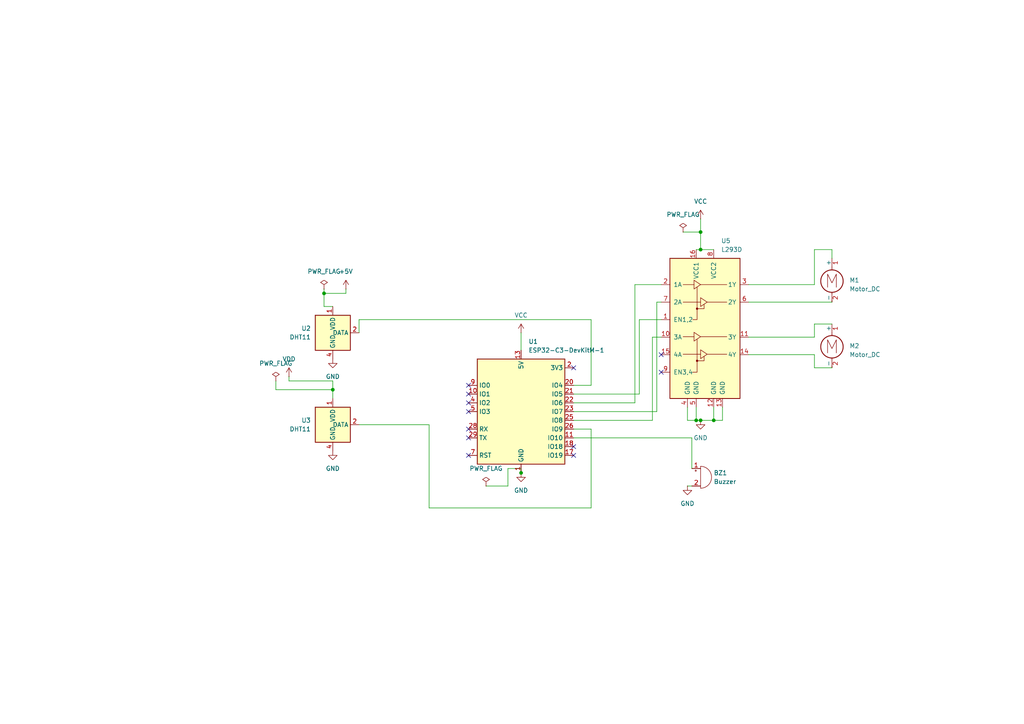
<source format=kicad_sch>
(kicad_sch (version 20250114) (generator "eeschema") (generator_version "9.0")
  (paper "A4")
  (lib_symbols
    (symbol "Device:Buzzer" (pin_names (offset 0.0254) (hide yes))
      (property "Reference" "BZ" (at 3.81 1.27 0))
      (property "Value" "Buzzer" (at 3.81 -1.27 0))
      (symbol "Buzzer_0_1"
        (polyline (pts (xy -1.651 1.905) (xy -1.143 1.905)))
        (polyline (pts (xy -1.397 2.159) (xy -1.397 1.651)))
        (arc (start 0 3.175) (mid 3.1612 0) (end 0 -3.175))
        (polyline (pts (xy 0 3.175) (xy 0 -3.175)))
      )
      (symbol "Buzzer_1_1"
        (pin passive line (at -2.54 2.54 0) (length 2.54) (name "+") (number "1"))
        (pin passive line (at -2.54 -2.54 0) (length 2.54) (name "-") (number "2"))
      )
    )
    (symbol "Driver_Motor:L293D" (pin_names (offset 1.016))
      (property "Reference" "U" (at -5.08 26.035 0))
      (property "Value" "L293D" (at -5.08 24.13 0))
      (symbol "L293D_0_1"
        (rectangle (start -10.16 22.86) (end 10.16 -17.78) (stroke (width 0.254)) (fill (type background)))
        (polyline (pts (xy -6.35 15.24) (xy -3.175 15.24)))
        (polyline (pts (xy -6.35 10.16) (xy -1.27 10.16)))
        (polyline (pts (xy -6.35 0.127) (xy -3.175 0.127)))
        (polyline (pts (xy -6.35 -4.953) (xy -1.27 -4.953)))
        (polyline (pts (xy -3.175 16.51) (xy -3.175 13.97) (xy -1.27 15.24) (xy -3.175 16.51)))
        (polyline (pts (xy -3.175 1.397) (xy -3.175 -1.143) (xy -1.27 0.127) (xy -3.175 1.397)))
        (polyline (pts (xy -2.286 14.478) (xy -2.286 5.08) (xy -3.556 5.08)))
        (circle (center -2.286 8.255) (radius 0.254) (fill (type outline)))
        (polyline (pts (xy -2.286 8.255) (xy -0.254 8.255) (xy -0.254 9.525)))
        (polyline (pts (xy -2.286 -0.635) (xy -2.286 -10.16) (xy -3.556 -10.16)))
        (circle (center -2.286 -6.858) (radius 0.254) (fill (type outline)))
        (polyline (pts (xy -2.286 -6.858) (xy -0.254 -6.858) (xy -0.254 -5.588)))
        (polyline (pts (xy -1.27 15.24) (xy 6.35 15.24)))
        (polyline (pts (xy -1.27 11.43) (xy -1.27 8.89) (xy 0.635 10.16) (xy -1.27 11.43)))
        (polyline (pts (xy -1.27 0.127) (xy 6.35 0.127)))
        (polyline (pts (xy -1.27 -3.683) (xy -1.27 -6.223) (xy 0.635 -4.953) (xy -1.27 -3.683)))
        (polyline (pts (xy 0.635 10.16) (xy 6.35 10.16)))
        (polyline (pts (xy 0.635 -4.953) (xy 6.35 -4.953)))
      )
      (symbol "L293D_1_1"
        (pin input line (at -12.7 15.24 0) (length 2.54) (name "1A") (number "2"))
        (pin input line (at -12.7 10.16 0) (length 2.54) (name "2A") (number "7"))
        (pin input line (at -12.7 5.08 0) (length 2.54) (name "EN1,2") (number "1"))
        (pin input line (at -12.7 0 0) (length 2.54) (name "3A") (number "10"))
        (pin input line (at -12.7 -5.08 0) (length 2.54) (name "4A") (number "15"))
        (pin input line (at -12.7 -10.16 0) (length 2.54) (name "EN3,4") (number "9"))
        (pin power_in line (at -5.08 -20.32 90) (length 2.54) (name "GND") (number "4"))
        (pin power_in line (at -2.54 25.4 270) (length 2.54) (name "VCC1") (number "16"))
        (pin power_in line (at -2.54 -20.32 90) (length 2.54) (name "GND") (number "5"))
        (pin power_in line (at 2.54 25.4 270) (length 2.54) (name "VCC2") (number "8"))
        (pin power_in line (at 2.54 -20.32 90) (length 2.54) (name "GND") (number "12"))
        (pin power_in line (at 5.08 -20.32 90) (length 2.54) (name "GND") (number "13"))
        (pin output line (at 12.7 15.24 180) (length 2.54) (name "1Y") (number "3"))
        (pin output line (at 12.7 10.16 180) (length 2.54) (name "2Y") (number "6"))
        (pin output line (at 12.7 0 180) (length 2.54) (name "3Y") (number "11"))
        (pin output line (at 12.7 -5.08 180) (length 2.54) (name "4Y") (number "14"))
      )
    )
    (symbol "Motor:Motor_DC" (pin_names (offset 0))
      (property "Reference" "M" (at 2.54 2.54 0))
      (property "Value" "Motor_DC" (at 2.54 -5.08 0))
      (symbol "Motor_DC_0_0"
        (polyline (pts (xy -1.27 -3.302) (xy -1.27 0.508) (xy 0 -2.032) (xy 1.27 0.508) (xy 1.27 -3.302)))
      )
      (symbol "Motor_DC_0_1"
        (polyline (pts (xy 0 2.032) (xy 0 2.54)))
        (polyline (pts (xy 0 1.7272) (xy 0 2.0828)))
        (circle (center 0 -1.524) (radius 3.2512) (stroke (width 0.254)))
        (polyline (pts (xy 0 -4.7752) (xy 0 -5.1816)))
        (polyline (pts (xy 0 -7.62) (xy 0 -7.112)))
      )
      (symbol "Motor_DC_1_1"
        (pin passive line (at 0 5.08 270) (length 2.54) (name "+") (number "1"))
        (pin passive line (at 0 -7.62 90) (length 2.54) (name "-") (number "2"))
      )
    )
    (symbol "RF_Module:ESP32-C3-DevKitM-1"
      (property "Reference" "U" (at 7.62 16.51 0))
      (property "Value" "ESP32-C3-DevKitM-1" (at 11.684 -16.764 0))
      (symbol "ESP32-C3-DevKitM-1_1_1"
        (rectangle (start -12.7 15.24) (end 12.7 -15.24) (stroke (width 0.254)) (fill (type background)))
        (pin bidirectional line (at -15.24 7.62 0) (length 2.54) (name "IO0") (number "9"))
        (pin bidirectional line (at -15.24 5.08 0) (length 2.54) (name "IO1") (number "10"))
        (pin bidirectional line (at -15.24 2.54 0) (length 2.54) (name "IO2") (number "4"))
        (pin bidirectional line (at -15.24 0 0) (length 2.54) (name "IO3") (number "5"))
        (pin input line (at -15.24 -5.08 0) (length 2.54) (name "RX") (number "28"))
        (pin output line (at -15.24 -7.62 0) (length 2.54) (name "TX") (number "29"))
        (pin input line (at -15.24 -12.7 0) (length 2.54) (name "RST") (number "7"))
        (pin passive line (at 0 17.78 270) (length 2.54) (name "5V") (number "13"))
        (pin passive line (at 0 17.78 270) (length 2.54) (hide yes) (name "5V") (number "14"))
        (pin power_in line (at 0 -17.78 90) (length 2.54) (name "GND") (number "1"))
        (pin passive line (at 0 -17.78 90) (length 2.54) (hide yes) (name "GND") (number "12"))
        (pin passive line (at 0 -17.78 90) (length 2.54) (hide yes) (name "GND") (number "15"))
        (pin passive line (at 0 -17.78 90) (length 2.54) (hide yes) (name "GND") (number "16"))
        (pin passive line (at 0 -17.78 90) (length 2.54) (hide yes) (name "GND") (number "19"))
        (pin passive line (at 0 -17.78 90) (length 2.54) (hide yes) (name "GND") (number "24"))
        (pin passive line (at 0 -17.78 90) (length 2.54) (hide yes) (name "GND") (number "27"))
        (pin passive line (at 0 -17.78 90) (length 2.54) (hide yes) (name "GND") (number "30"))
        (pin passive line (at 0 -17.78 90) (length 2.54) (hide yes) (name "GND") (number "6"))
        (pin passive line (at 0 -17.78 90) (length 2.54) (hide yes) (name "GND") (number "8"))
        (pin power_out line (at 15.24 12.7 180) (length 2.54) (name "3V3") (number "2"))
        (pin passive line (at 15.24 12.7 180) (length 2.54) (hide yes) (name "3V3") (number "3"))
        (pin bidirectional line (at 15.24 7.62 180) (length 2.54) (name "IO4") (number "20"))
        (pin bidirectional line (at 15.24 5.08 180) (length 2.54) (name "IO5") (number "21"))
        (pin bidirectional line (at 15.24 2.54 180) (length 2.54) (name "IO6") (number "22"))
        (pin bidirectional line (at 15.24 0 180) (length 2.54) (name "IO7") (number "23"))
        (pin bidirectional line (at 15.24 -2.54 180) (length 2.54) (name "IO8") (number "25"))
        (pin bidirectional line (at 15.24 -5.08 180) (length 2.54) (name "IO9") (number "26"))
        (pin bidirectional line (at 15.24 -7.62 180) (length 2.54) (name "IO10") (number "11"))
        (pin bidirectional line (at 15.24 -10.16 180) (length 2.54) (name "IO18") (number "18"))
        (pin bidirectional line (at 15.24 -12.7 180) (length 2.54) (name "IO19") (number "17"))
      )
    )
    (symbol "Sensor:DHT11"
      (property "Reference" "U" (at -3.81 6.35 0))
      (property "Value" "DHT11" (at 3.81 6.35 0))
      (symbol "DHT11_0_1"
        (rectangle (start -5.08 5.08) (end 5.08 -5.08) (stroke (width 0.254)) (fill (type background)))
      )
      (symbol "DHT11_1_1"
        (pin no_connect line (at -5.08 0 0) (length 2.54) (hide yes) (name "NC") (number "3"))
        (pin power_in line (at 0 7.62 270) (length 2.54) (name "VDD") (number "1"))
        (pin power_in line (at 0 -7.62 90) (length 2.54) (name "GND") (number "4"))
        (pin bidirectional line (at 7.62 0 180) (length 2.54) (name "DATA") (number "2"))
      )
    )
    (symbol "power:+5V" (power) (pin_numbers (hide yes)) (pin_names (offset 0) (hide yes))
      (property "Value" "+5V" (at 0 3.556 0))
      (symbol "+5V_0_1"
        (polyline (pts (xy -0.762 1.27) (xy 0 2.54)))
        (polyline (pts (xy 0 2.54) (xy 0.762 1.27)))
        (polyline (pts (xy 0 0) (xy 0 2.54)))
      )
      (symbol "+5V_1_1"
        (pin power_in line (at 0 0 90) (length 0) (name "~") (number "1"))
      )
    )
    (symbol "power:GND" (power) (pin_numbers (hide yes)) (pin_names (offset 0) (hide yes))
      (property "Value" "GND" (at 0 -3.81 0))
      (symbol "GND_0_1"
        (polyline (pts (xy 0 0) (xy 0 -1.27) (xy 1.27 -1.27) (xy 0 -2.54) (xy -1.27 -1.27) (xy 0 -1.27)))
      )
      (symbol "GND_1_1"
        (pin power_in line (at 0 0 270) (length 0) (name "~") (number "1"))
      )
    )
    (symbol "power:PWR_FLAG" (power) (pin_numbers (hide yes)) (pin_names (offset 0) (hide yes))
      (property "Value" "PWR_FLAG" (at 0 3.81 0))
      (symbol "PWR_FLAG_0_0"
        (pin power_out line (at 0 0 90) (length 0) (name "~") (number "1"))
      )
      (symbol "PWR_FLAG_0_1"
        (polyline (pts (xy 0 0) (xy 0 1.27) (xy -1.016 1.905) (xy 0 2.54) (xy 1.016 1.905) (xy 0 1.27)))
      )
    )
    (symbol "power:VCC" (power) (pin_numbers (hide yes)) (pin_names (offset 0) (hide yes))
      (property "Value" "VCC" (at 0 3.556 0))
      (symbol "VCC_0_1"
        (polyline (pts (xy -0.762 1.27) (xy 0 2.54)))
        (polyline (pts (xy 0 2.54) (xy 0.762 1.27)))
        (polyline (pts (xy 0 0) (xy 0 2.54)))
      )
      (symbol "VCC_1_1"
        (pin power_in line (at 0 0 90) (length 0) (name "~") (number "1"))
      )
    )
    (symbol "power:VDD" (power) (pin_numbers (hide yes)) (pin_names (offset 0) (hide yes))
      (property "Value" "VDD" (at 0 3.556 0))
      (symbol "VDD_0_1"
        (polyline (pts (xy -0.762 1.27) (xy 0 2.54)))
        (polyline (pts (xy 0 2.54) (xy 0.762 1.27)))
        (polyline (pts (xy 0 0) (xy 0 2.54)))
      )
      (symbol "VDD_1_1"
        (pin power_in line (at 0 0 90) (length 0) (name "~") (number "1"))
      )
    )
  )
  (junction (at 96.52 113.03))
  (junction (at 203.2 121.92))
  (junction (at 151.13 137.16))
  (junction (at 207.01 121.92))
  (junction (at 93.98 85.09))
  (junction (at 203.2 72.39))
  (junction (at 203.2 67.31))
  (junction (at 201.93 121.92))
  (no_connect (at 135.89 119.38))
  (no_connect (at 191.77 107.95))
  (no_connect (at 135.89 116.84))
  (no_connect (at 191.77 102.87))
  (no_connect (at 135.89 124.46))
  (no_connect (at 166.37 132.08))
  (no_connect (at 135.89 111.76))
  (no_connect (at 166.37 129.54))
  (no_connect (at 166.37 106.68))
  (no_connect (at 135.89 114.3))
  (no_connect (at 135.89 132.08))
  (no_connect (at 135.89 127))
  (wire (pts (xy 100.33 85.09) (xy 100.33 83.82)))
  (wire (pts (xy 171.45 124.46) (xy 166.37 124.46)))
  (wire (pts (xy 203.2 63.5) (xy 203.2 67.31)))
  (wire (pts (xy 93.98 88.9) (xy 96.52 88.9)))
  (wire (pts (xy 190.5 119.38) (xy 190.5 87.63)))
  (wire (pts (xy 209.55 118.11) (xy 209.55 121.92)))
  (wire (pts (xy 236.22 82.55) (xy 236.22 72.39)))
  (wire (pts (xy 171.45 111.76) (xy 171.45 92.71)))
  (wire (pts (xy 166.37 127) (xy 200.66 127)))
  (wire (pts (xy 207.01 121.92) (xy 209.55 121.92)))
  (wire (pts (xy 96.52 113.03) (xy 96.52 115.57)))
  (wire (pts (xy 236.22 72.39) (xy 241.3 72.39)))
  (wire (pts (xy 203.2 67.31) (xy 203.2 72.39)))
  (wire (pts (xy 80.01 113.03) (xy 96.52 113.03)))
  (wire (pts (xy 203.2 121.92) (xy 207.01 121.92)))
  (wire (pts (xy 104.14 123.19) (xy 124.46 123.19)))
  (wire (pts (xy 124.46 147.32) (xy 171.45 147.32)))
  (wire (pts (xy 217.17 102.87) (xy 236.22 102.87)))
  (wire (pts (xy 185.42 92.71) (xy 191.77 92.71)))
  (wire (pts (xy 166.37 116.84) (xy 184.15 116.84)))
  (wire (pts (xy 199.39 118.11) (xy 199.39 121.92)))
  (wire (pts (xy 198.12 67.31) (xy 203.2 67.31)))
  (wire (pts (xy 236.22 93.98) (xy 241.3 93.98)))
  (wire (pts (xy 151.13 135.89) (xy 151.13 137.16)))
  (wire (pts (xy 83.82 110.49) (xy 96.52 110.49)))
  (wire (pts (xy 147.32 140.97) (xy 147.32 135.89)))
  (wire (pts (xy 80.01 110.49) (xy 80.01 113.03)))
  (wire (pts (xy 93.98 83.82) (xy 93.98 85.09)))
  (wire (pts (xy 200.66 127) (xy 200.66 135.89)))
  (wire (pts (xy 217.17 87.63) (xy 241.3 87.63)))
  (wire (pts (xy 166.37 121.92) (xy 189.23 121.92)))
  (wire (pts (xy 140.97 140.97) (xy 147.32 140.97)))
  (wire (pts (xy 199.39 140.97) (xy 200.66 140.97)))
  (wire (pts (xy 236.22 106.68) (xy 241.3 106.68)))
  (wire (pts (xy 201.93 118.11) (xy 201.93 121.92)))
  (wire (pts (xy 96.52 110.49) (xy 96.52 113.03)))
  (wire (pts (xy 190.5 87.63) (xy 191.77 87.63)))
  (wire (pts (xy 189.23 121.92) (xy 189.23 97.79)))
  (wire (pts (xy 147.32 135.89) (xy 151.13 135.89)))
  (wire (pts (xy 184.15 116.84) (xy 184.15 82.55)))
  (wire (pts (xy 236.22 97.79) (xy 236.22 93.98)))
  (wire (pts (xy 151.13 96.52) (xy 151.13 101.6)))
  (wire (pts (xy 83.82 109.22) (xy 83.82 110.49)))
  (wire (pts (xy 185.42 114.3) (xy 185.42 92.71)))
  (wire (pts (xy 207.01 118.11) (xy 207.01 121.92)))
  (wire (pts (xy 189.23 97.79) (xy 191.77 97.79)))
  (wire (pts (xy 166.37 119.38) (xy 190.5 119.38)))
  (wire (pts (xy 93.98 85.09) (xy 93.98 88.9)))
  (wire (pts (xy 166.37 111.76) (xy 171.45 111.76)))
  (wire (pts (xy 217.17 97.79) (xy 236.22 97.79)))
  (wire (pts (xy 236.22 102.87) (xy 236.22 106.68)))
  (wire (pts (xy 171.45 147.32) (xy 171.45 124.46)))
  (wire (pts (xy 124.46 123.19) (xy 124.46 147.32)))
  (wire (pts (xy 241.3 72.39) (xy 241.3 74.93)))
  (wire (pts (xy 199.39 121.92) (xy 201.93 121.92)))
  (wire (pts (xy 217.17 82.55) (xy 236.22 82.55)))
  (wire (pts (xy 207.01 72.39) (xy 203.2 72.39)))
  (wire (pts (xy 203.2 72.39) (xy 201.93 72.39)))
  (wire (pts (xy 184.15 82.55) (xy 191.77 82.55)))
  (wire (pts (xy 104.14 92.71) (xy 104.14 96.52)))
  (wire (pts (xy 166.37 114.3) (xy 185.42 114.3)))
  (wire (pts (xy 201.93 121.92) (xy 203.2 121.92)))
  (wire (pts (xy 104.14 92.71) (xy 171.45 92.71)))
  (wire (pts (xy 93.98 85.09) (xy 100.33 85.09)))
  (symbol (lib_id "Sensor:DHT11") (at 96.52 96.52 0) (unit 1)
    (property "Reference" "U2" (at 90.17 95.2499 0) (effects (justify right)))
    (property "Value" "DHT11" (at 90.17 97.7899 0) (effects (justify right)))
    (property "Footprint" "Sensor:Aosong_DHT11_5.5x12.0_P2.54mm" (effects (hide yes)))
    (property "Datasheet" "http://akizukidenshi.com/download/ds/aosong/DHT11.pdf" (effects (hide yes)))
    (property "Description" "3.3V to 5.5V, temperature and humidity module, DHT11" (effects (hide yes)))
  )
  (symbol (lib_id "power:PWR_FLAG") (at 93.98 83.82 0) (unit 1)
    (property "Reference" "#FLG02" (effects (hide yes)))
    (property "Value" "PWR_FLAG" (at 93.98 78.74 0))
    (property "Description" "Special symbol for telling ERC where power comes from" (effects (hide yes)))
  )
  (symbol (lib_id "power:VCC") (at 203.2 63.5 0) (unit 1)
    (property "Reference" "#PWR06" (effects (hide yes)))
    (property "Value" "VCC" (at 203.2 58.42 0))
    (property "Description" "Power symbol creates a global label with name \"VCC\"" (effects (hide yes)))
  )
  (symbol (lib_id "RF_Module:ESP32-C3-DevKitM-1") (at 151.13 119.38 0) (unit 1)
    (property "Reference" "U1" (at 153.2733 99.06 0) (effects (justify left)))
    (property "Value" "ESP32-C3-DevKitM-1" (at 153.2733 101.6 0) (effects (justify left)))
    (property "Footprint" "RF_Module:ESP32-C3-DevKitM-1" (effects (hide yes)))
    (property "Datasheet" "https://docs.espressif.com/projects/esp-idf/en/latest/esp32c3/hw-reference/esp32c3/user-guide-devkitm-1.html" (effects (hide yes)))
    (property "Description" "Development board featuring ESP32-C3-MINI-1 module" (effects (hide yes)))
  )
  (symbol (lib_id "Device:Buzzer") (at 203.2 138.43 0) (unit 1)
    (property "Reference" "BZ1" (at 207.01 137.1599 0) (effects (justify left)))
    (property "Value" "Buzzer" (at 207.01 139.6999 0) (effects (justify left)))
    (property "Footprint" "Buzzer_Beeper:Buzzer_12x9.5RM7.6" (effects (hide yes)))
    (property "Description" "Buzzer, polarized" (effects (hide yes)))
  )
  (symbol (lib_id "power:GND") (at 203.2 121.92 0) (unit 1)
    (property "Reference" "#PWR05" (effects (hide yes)))
    (property "Value" "GND" (at 203.2 127 0))
    (property "Description" "Power symbol creates a global label with name \"GND\" , ground" (effects (hide yes)))
  )
  (symbol (lib_id "Driver_Motor:L293D") (at 204.47 97.79 0) (unit 1)
    (property "Reference" "U5" (at 209.1533 69.85 0) (effects (justify left)))
    (property "Value" "L293D" (at 209.1533 72.39 0) (effects (justify left)))
    (property "Footprint" "Package_DIP:DIP-16_W7.62mm" (effects (hide yes)))
    (property "Datasheet" "http://www.ti.com/lit/ds/symlink/l293.pdf" (effects (hide yes)))
    (property "Description" "Quadruple Half-H Drivers" (effects (hide yes)))
  )
  (symbol (lib_id "power:GND") (at 96.52 130.81 0) (unit 1)
    (property "Reference" "#PWR02" (effects (hide yes)))
    (property "Value" "GND" (at 96.52 135.89 0))
    (property "Description" "Power symbol creates a global label with name \"GND\" , ground" (effects (hide yes)))
  )
  (symbol (lib_id "power:VDD") (at 83.82 109.22 0) (unit 1)
    (property "Reference" "#PWR011" (effects (hide yes)))
    (property "Value" "VDD" (at 83.82 104.14 0))
    (property "Description" "Power symbol creates a global label with name \"VDD\"" (effects (hide yes)))
  )
  (symbol (lib_id "power:PWR_FLAG") (at 140.97 140.97 0) (unit 1)
    (property "Reference" "#FLG01" (effects (hide yes)))
    (property "Value" "PWR_FLAG" (at 140.97 135.89 0))
    (property "Description" "Special symbol for telling ERC where power comes from" (effects (hide yes)))
  )
  (symbol (lib_id "power:GND") (at 151.13 137.16 0) (unit 1)
    (property "Reference" "#PWR03" (effects (hide yes)))
    (property "Value" "GND" (at 151.13 142.24 0))
    (property "Description" "Power symbol creates a global label with name \"GND\" , ground" (effects (hide yes)))
  )
  (symbol (lib_id "power:GND") (at 199.39 140.97 0) (unit 1)
    (property "Reference" "#PWR04" (effects (hide yes)))
    (property "Value" "GND" (at 199.39 146.05 0))
    (property "Description" "Power symbol creates a global label with name \"GND\" , ground" (effects (hide yes)))
  )
  (symbol (lib_id "power:+5V") (at 100.33 83.82 0) (unit 1)
    (property "Reference" "#PWR07" (effects (hide yes)))
    (property "Value" "+5V" (at 100.33 78.74 0))
    (property "Description" "Power symbol creates a global label with name \"+5V\"" (effects (hide yes)))
  )
  (symbol (lib_id "power:GND") (at 96.52 104.14 0) (unit 1)
    (property "Reference" "#PWR01" (effects (hide yes)))
    (property "Value" "GND" (at 96.52 109.22 0))
    (property "Description" "Power symbol creates a global label with name \"GND\" , ground" (effects (hide yes)))
  )
  (symbol (lib_id "Motor:Motor_DC") (at 241.3 80.01 0) (unit 1)
    (property "Reference" "M1" (at 246.38 81.2799 0) (effects (justify left)))
    (property "Value" "Motor_DC" (at 246.38 83.8199 0) (effects (justify left)))
    (property "Footprint" "Connector_PinHeader_2.54mm:PinHeader_1x02_P2.54mm_Horizontal" (effects (hide yes)))
    (property "Description" "DC Motor" (effects (hide yes)))
  )
  (symbol (lib_id "Motor:Motor_DC") (at 241.3 99.06 0) (unit 1)
    (property "Reference" "M2" (at 246.38 100.3299 0) (effects (justify left)))
    (property "Value" "Motor_DC" (at 246.38 102.8699 0) (effects (justify left)))
    (property "Footprint" "Connector_PinHeader_2.54mm:PinHeader_1x02_P2.54mm_Horizontal" (effects (hide yes)))
    (property "Description" "DC Motor" (effects (hide yes)))
  )
  (symbol (lib_id "power:VCC") (at 151.13 96.52 0) (unit 1)
    (property "Reference" "#PWR09" (effects (hide yes)))
    (property "Value" "VCC" (at 151.13 91.44 0))
    (property "Description" "Power symbol creates a global label with name \"VCC\"" (effects (hide yes)))
  )
  (symbol (lib_id "Sensor:DHT11") (at 96.52 123.19 0) (unit 1)
    (property "Reference" "U3" (at 90.17 121.9199 0) (effects (justify right)))
    (property "Value" "DHT11" (at 90.17 124.4599 0) (effects (justify right)))
    (property "Footprint" "Sensor:Aosong_DHT11_5.5x12.0_P2.54mm" (effects (hide yes)))
    (property "Datasheet" "http://akizukidenshi.com/download/ds/aosong/DHT11.pdf" (effects (hide yes)))
    (property "Description" "3.3V to 5.5V, temperature and humidity module, DHT11" (effects (hide yes)))
  )
  (symbol (lib_id "power:PWR_FLAG") (at 198.12 67.31 0) (unit 1)
    (property "Reference" "#FLG04" (effects (hide yes)))
    (property "Value" "PWR_FLAG" (at 198.12 62.23 0))
    (property "Description" "Special symbol for telling ERC where power comes from" (effects (hide yes)))
  )
  (symbol (lib_id "power:PWR_FLAG") (at 80.01 110.49 0) (unit 1)
    (property "Reference" "#FLG03" (effects (hide yes)))
    (property "Value" "PWR_FLAG" (at 80.01 105.41 0))
    (property "Description" "Special symbol for telling ERC where power comes from" (effects (hide yes)))
  )
)
</source>
